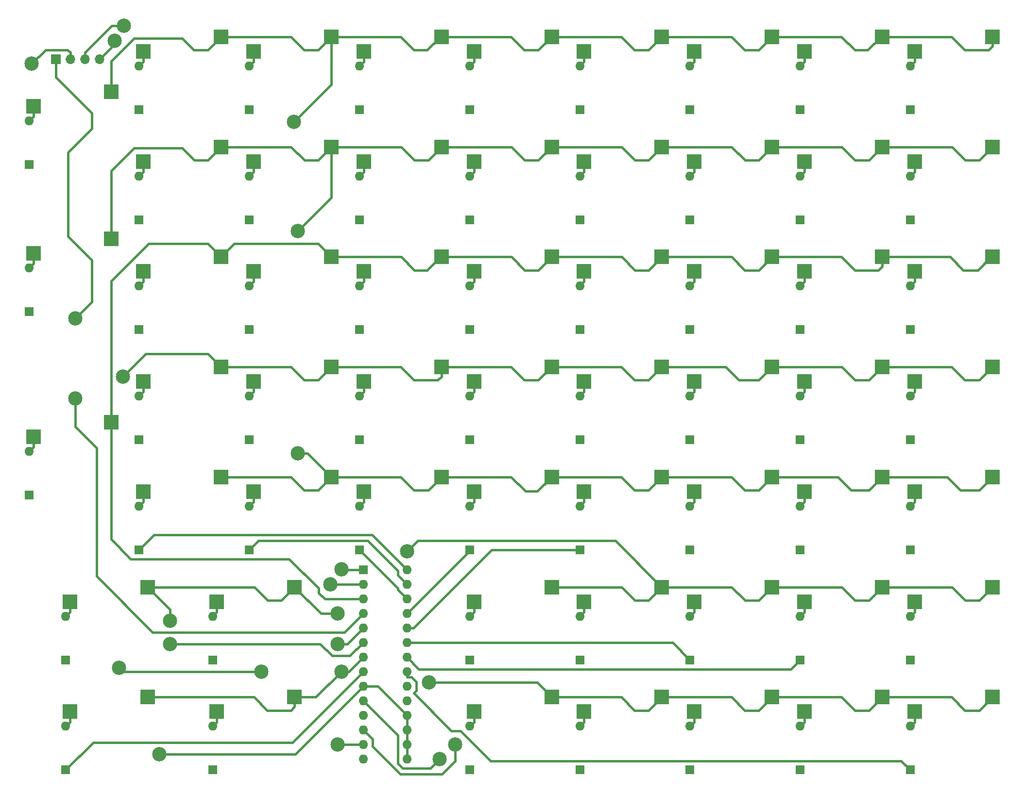
<source format=gbr>
%TF.GenerationSoftware,KiCad,Pcbnew,5.1.10-88a1d61d58~88~ubuntu20.04.1*%
%TF.CreationDate,2021-05-05T16:29:45+01:00*%
%TF.ProjectId,right_side,72696768-745f-4736-9964-652e6b696361,rev?*%
%TF.SameCoordinates,Original*%
%TF.FileFunction,Copper,L2,Bot*%
%TF.FilePolarity,Positive*%
%FSLAX46Y46*%
G04 Gerber Fmt 4.6, Leading zero omitted, Abs format (unit mm)*
G04 Created by KiCad (PCBNEW 5.1.10-88a1d61d58~88~ubuntu20.04.1) date 2021-05-05 16:29:45*
%MOMM*%
%LPD*%
G01*
G04 APERTURE LIST*
%TA.AperFunction,SMDPad,CuDef*%
%ADD10R,2.550000X2.500000*%
%TD*%
%TA.AperFunction,ComponentPad*%
%ADD11O,1.600000X1.600000*%
%TD*%
%TA.AperFunction,ComponentPad*%
%ADD12R,1.600000X1.600000*%
%TD*%
%TA.AperFunction,ComponentPad*%
%ADD13O,1.700000X1.700000*%
%TD*%
%TA.AperFunction,ComponentPad*%
%ADD14R,1.700000X1.700000*%
%TD*%
%TA.AperFunction,ViaPad*%
%ADD15C,2.500000*%
%TD*%
%TA.AperFunction,Conductor*%
%ADD16C,0.400000*%
%TD*%
G04 APERTURE END LIST*
D10*
%TO.P,SW0x8,1*%
%TO.N,Net-(D0x8-Pad2)*%
X21390000Y117740000D03*
%TO.P,SW0x8,2*%
%TO.N,Row0*%
X34940000Y120280000D03*
%TD*%
%TO.P,SW6x12,1*%
%TO.N,Net-(D6x12-Pad2)*%
X98190000Y2540000D03*
%TO.P,SW6x12,2*%
%TO.N,Row6*%
X111740000Y5080000D03*
%TD*%
D11*
%TO.P,D0x7,2*%
%TO.N,Net-(D0x7-Pad2)*%
X1440000Y105600000D03*
D12*
%TO.P,D0x7,1*%
%TO.N,Column7*%
X1440000Y97980000D03*
%TD*%
D11*
%TO.P,D0x8,2*%
%TO.N,Net-(D0x8-Pad2)*%
X20640000Y115200000D03*
D12*
%TO.P,D0x8,1*%
%TO.N,Column8*%
X20640000Y107580000D03*
%TD*%
D11*
%TO.P,D0x9,2*%
%TO.N,Net-(D0x9-Pad2)*%
X39840000Y115200000D03*
D12*
%TO.P,D0x9,1*%
%TO.N,Column9*%
X39840000Y107580000D03*
%TD*%
D11*
%TO.P,D0x10,2*%
%TO.N,Net-(D0x10-Pad2)*%
X59040000Y115200000D03*
D12*
%TO.P,D0x10,1*%
%TO.N,Column10*%
X59040000Y107580000D03*
%TD*%
D11*
%TO.P,D0x11,2*%
%TO.N,Net-(D0x11-Pad2)*%
X78240000Y115200000D03*
D12*
%TO.P,D0x11,1*%
%TO.N,Column11*%
X78240000Y107580000D03*
%TD*%
D11*
%TO.P,D0x12,2*%
%TO.N,Net-(D0x12-Pad2)*%
X97440000Y115200000D03*
D12*
%TO.P,D0x12,1*%
%TO.N,Column12*%
X97440000Y107580000D03*
%TD*%
D11*
%TO.P,D0x13,2*%
%TO.N,Net-(D0x13-Pad2)*%
X116640000Y115200000D03*
D12*
%TO.P,D0x13,1*%
%TO.N,Column13*%
X116640000Y107580000D03*
%TD*%
D11*
%TO.P,D0x14,2*%
%TO.N,Net-(D0x14-Pad2)*%
X135840000Y115200000D03*
D12*
%TO.P,D0x14,1*%
%TO.N,Column14*%
X135840000Y107580000D03*
%TD*%
D11*
%TO.P,D0x15,2*%
%TO.N,Net-(D0x15-Pad2)*%
X155040000Y115200000D03*
D12*
%TO.P,D0x15,1*%
%TO.N,Column15*%
X155040000Y107580000D03*
%TD*%
D11*
%TO.P,D1x7,2*%
%TO.N,Net-(D1x7-Pad2)*%
X1440000Y80000000D03*
D12*
%TO.P,D1x7,1*%
%TO.N,Column7*%
X1440000Y72380000D03*
%TD*%
D11*
%TO.P,D1x8,2*%
%TO.N,Net-(D1x8-Pad2)*%
X20640000Y96000000D03*
D12*
%TO.P,D1x8,1*%
%TO.N,Column8*%
X20640000Y88380000D03*
%TD*%
D11*
%TO.P,D1x9,2*%
%TO.N,Net-(D1x9-Pad2)*%
X39840000Y96000000D03*
D12*
%TO.P,D1x9,1*%
%TO.N,Column9*%
X39840000Y88380000D03*
%TD*%
D11*
%TO.P,D1x10,2*%
%TO.N,Net-(D1x10-Pad2)*%
X59040000Y96000000D03*
D12*
%TO.P,D1x10,1*%
%TO.N,Column10*%
X59040000Y88380000D03*
%TD*%
D11*
%TO.P,D1x11,2*%
%TO.N,Net-(D1x11-Pad2)*%
X78240000Y96000000D03*
D12*
%TO.P,D1x11,1*%
%TO.N,Column11*%
X78240000Y88380000D03*
%TD*%
D11*
%TO.P,D1x12,2*%
%TO.N,Net-(D1x12-Pad2)*%
X97440000Y96000000D03*
D12*
%TO.P,D1x12,1*%
%TO.N,Column12*%
X97440000Y88380000D03*
%TD*%
D11*
%TO.P,D1x13,2*%
%TO.N,Net-(D1x13-Pad2)*%
X116640000Y96000000D03*
D12*
%TO.P,D1x13,1*%
%TO.N,Column13*%
X116640000Y88380000D03*
%TD*%
D11*
%TO.P,D1x14,2*%
%TO.N,Net-(D1x14-Pad2)*%
X135840000Y96000000D03*
D12*
%TO.P,D1x14,1*%
%TO.N,Column14*%
X135840000Y88380000D03*
%TD*%
D11*
%TO.P,D1x15,2*%
%TO.N,Net-(D1x15-Pad2)*%
X155040000Y96000000D03*
D12*
%TO.P,D1x15,1*%
%TO.N,Column15*%
X155040000Y88380000D03*
%TD*%
D11*
%TO.P,D2x7,2*%
%TO.N,Net-(D2x7-Pad2)*%
X1440000Y48000000D03*
D12*
%TO.P,D2x7,1*%
%TO.N,Column7*%
X1440000Y40380000D03*
%TD*%
D11*
%TO.P,D2x8,2*%
%TO.N,Net-(D2x8-Pad2)*%
X20640000Y76800000D03*
D12*
%TO.P,D2x8,1*%
%TO.N,Column8*%
X20640000Y69180000D03*
%TD*%
D11*
%TO.P,D2x9,2*%
%TO.N,Net-(D2x9-Pad2)*%
X39840000Y76800000D03*
D12*
%TO.P,D2x9,1*%
%TO.N,Column9*%
X39840000Y69180000D03*
%TD*%
D11*
%TO.P,D2x10,2*%
%TO.N,Net-(D2x10-Pad2)*%
X59040000Y76800000D03*
D12*
%TO.P,D2x10,1*%
%TO.N,Column10*%
X59040000Y69180000D03*
%TD*%
D11*
%TO.P,D2x11,2*%
%TO.N,Net-(D2x11-Pad2)*%
X78240000Y76800000D03*
D12*
%TO.P,D2x11,1*%
%TO.N,Column11*%
X78240000Y69180000D03*
%TD*%
D11*
%TO.P,D2x12,2*%
%TO.N,Net-(D2x12-Pad2)*%
X97440000Y76800000D03*
D12*
%TO.P,D2x12,1*%
%TO.N,Column12*%
X97440000Y69180000D03*
%TD*%
D11*
%TO.P,D2x13,2*%
%TO.N,Net-(D2x13-Pad2)*%
X116640000Y76800000D03*
D12*
%TO.P,D2x13,1*%
%TO.N,Column13*%
X116640000Y69180000D03*
%TD*%
D11*
%TO.P,D2x14,2*%
%TO.N,Net-(D2x14-Pad2)*%
X135840000Y76800000D03*
D12*
%TO.P,D2x14,1*%
%TO.N,Column14*%
X135840000Y69180000D03*
%TD*%
D11*
%TO.P,D2x15,2*%
%TO.N,Net-(D2x15-Pad2)*%
X155040000Y76800000D03*
D12*
%TO.P,D2x15,1*%
%TO.N,Column15*%
X155040000Y69180000D03*
%TD*%
D11*
%TO.P,D3x8,2*%
%TO.N,Net-(D3x8-Pad2)*%
X20640000Y57600000D03*
D12*
%TO.P,D3x8,1*%
%TO.N,Column8*%
X20640000Y49980000D03*
%TD*%
D11*
%TO.P,D3x9,2*%
%TO.N,Net-(D3x9-Pad2)*%
X39840000Y57600000D03*
D12*
%TO.P,D3x9,1*%
%TO.N,Column9*%
X39840000Y49980000D03*
%TD*%
D11*
%TO.P,D3x10,2*%
%TO.N,Net-(D3x10-Pad2)*%
X59040000Y57600000D03*
D12*
%TO.P,D3x10,1*%
%TO.N,Column10*%
X59040000Y49980000D03*
%TD*%
D11*
%TO.P,D3x11,2*%
%TO.N,Net-(D3x11-Pad2)*%
X78240000Y57600000D03*
D12*
%TO.P,D3x11,1*%
%TO.N,Column11*%
X78240000Y49980000D03*
%TD*%
D11*
%TO.P,D3x12,2*%
%TO.N,Net-(D3x12-Pad2)*%
X97440000Y57600000D03*
D12*
%TO.P,D3x12,1*%
%TO.N,Column12*%
X97440000Y49980000D03*
%TD*%
D11*
%TO.P,D3x13,2*%
%TO.N,Net-(D3x13-Pad2)*%
X116640000Y57600000D03*
D12*
%TO.P,D3x13,1*%
%TO.N,Column13*%
X116640000Y49980000D03*
%TD*%
D11*
%TO.P,D3x14,2*%
%TO.N,Net-(D3x14-Pad2)*%
X135840000Y57600000D03*
D12*
%TO.P,D3x14,1*%
%TO.N,Column14*%
X135840000Y49980000D03*
%TD*%
D11*
%TO.P,D3x15,2*%
%TO.N,Net-(D3x15-Pad2)*%
X155040000Y57600000D03*
D12*
%TO.P,D3x15,1*%
%TO.N,Column15*%
X155040000Y49980000D03*
%TD*%
D11*
%TO.P,D4x8,2*%
%TO.N,Net-(D4x8-Pad2)*%
X20640000Y38400000D03*
D12*
%TO.P,D4x8,1*%
%TO.N,Column8*%
X20640000Y30780000D03*
%TD*%
D11*
%TO.P,D4x9,2*%
%TO.N,Net-(D4x9-Pad2)*%
X39840000Y38400000D03*
D12*
%TO.P,D4x9,1*%
%TO.N,Column9*%
X39840000Y30780000D03*
%TD*%
D11*
%TO.P,D4x10,2*%
%TO.N,Net-(D4x10-Pad2)*%
X59040000Y38400000D03*
D12*
%TO.P,D4x10,1*%
%TO.N,Column10*%
X59040000Y30780000D03*
%TD*%
D11*
%TO.P,D4x11,2*%
%TO.N,Net-(D4x11-Pad2)*%
X78240000Y38400000D03*
D12*
%TO.P,D4x11,1*%
%TO.N,Column11*%
X78240000Y30780000D03*
%TD*%
D11*
%TO.P,D4x12,2*%
%TO.N,Net-(D4x12-Pad2)*%
X97440000Y38400000D03*
D12*
%TO.P,D4x12,1*%
%TO.N,Column12*%
X97440000Y30780000D03*
%TD*%
D11*
%TO.P,D4x13,2*%
%TO.N,Net-(D4x13-Pad2)*%
X116640000Y38400000D03*
D12*
%TO.P,D4x13,1*%
%TO.N,Column13*%
X116640000Y30780000D03*
%TD*%
D11*
%TO.P,D4x14,2*%
%TO.N,Net-(D4x14-Pad2)*%
X135840000Y38400000D03*
D12*
%TO.P,D4x14,1*%
%TO.N,Column14*%
X135840000Y30780000D03*
%TD*%
D11*
%TO.P,D4x15,2*%
%TO.N,Net-(D4x15-Pad2)*%
X155040000Y38400000D03*
D12*
%TO.P,D4x15,1*%
%TO.N,Column15*%
X155040000Y30780000D03*
%TD*%
D11*
%TO.P,D5x7,2*%
%TO.N,Net-(D5x7-Pad2)*%
X7840000Y19200000D03*
D12*
%TO.P,D5x7,1*%
%TO.N,Column7*%
X7840000Y11580000D03*
%TD*%
D11*
%TO.P,D5x9,2*%
%TO.N,Net-(D5x9-Pad2)*%
X33440000Y19200000D03*
D12*
%TO.P,D5x9,1*%
%TO.N,Column9*%
X33440000Y11580000D03*
%TD*%
D11*
%TO.P,D5x11,2*%
%TO.N,Net-(D5x11-Pad2)*%
X78240000Y19200000D03*
D12*
%TO.P,D5x11,1*%
%TO.N,Column11*%
X78240000Y11580000D03*
%TD*%
D11*
%TO.P,D5x12,2*%
%TO.N,Net-(D5x12-Pad2)*%
X97440000Y19200000D03*
D12*
%TO.P,D5x12,1*%
%TO.N,Column12*%
X97440000Y11580000D03*
%TD*%
D11*
%TO.P,D5x13,2*%
%TO.N,Net-(D5x13-Pad2)*%
X116640000Y19200000D03*
D12*
%TO.P,D5x13,1*%
%TO.N,Column13*%
X116640000Y11580000D03*
%TD*%
D11*
%TO.P,D5x14,2*%
%TO.N,Net-(D5x14-Pad2)*%
X135840000Y19200000D03*
D12*
%TO.P,D5x14,1*%
%TO.N,Column14*%
X135840000Y11580000D03*
%TD*%
D11*
%TO.P,D5x15,2*%
%TO.N,Net-(D5x15-Pad2)*%
X155040000Y19200000D03*
D12*
%TO.P,D5x15,1*%
%TO.N,Column15*%
X155040000Y11580000D03*
%TD*%
D11*
%TO.P,D6x7,2*%
%TO.N,Net-(D6x7-Pad2)*%
X7840000Y0D03*
D12*
%TO.P,D6x7,1*%
%TO.N,Column7*%
X7840000Y-7620000D03*
%TD*%
D11*
%TO.P,D6x9,2*%
%TO.N,Net-(D6x9-Pad2)*%
X33440000Y0D03*
D12*
%TO.P,D6x9,1*%
%TO.N,Column9*%
X33440000Y-7620000D03*
%TD*%
D11*
%TO.P,D6x11,2*%
%TO.N,Net-(D6x11-Pad2)*%
X78240000Y0D03*
D12*
%TO.P,D6x11,1*%
%TO.N,Column11*%
X78240000Y-7620000D03*
%TD*%
D11*
%TO.P,D6x12,2*%
%TO.N,Net-(D6x12-Pad2)*%
X97440000Y0D03*
D12*
%TO.P,D6x12,1*%
%TO.N,Column12*%
X97440000Y-7620000D03*
%TD*%
D11*
%TO.P,D6x13,2*%
%TO.N,Net-(D6x13-Pad2)*%
X116640000Y0D03*
D12*
%TO.P,D6x13,1*%
%TO.N,Column13*%
X116640000Y-7620000D03*
%TD*%
D11*
%TO.P,D6x14,2*%
%TO.N,Net-(D6x14-Pad2)*%
X135840000Y0D03*
D12*
%TO.P,D6x14,1*%
%TO.N,Column14*%
X135840000Y-7620000D03*
%TD*%
D11*
%TO.P,D6x15,2*%
%TO.N,Net-(D6x15-Pad2)*%
X155040000Y0D03*
D12*
%TO.P,D6x15,1*%
%TO.N,Column15*%
X155040000Y-7620000D03*
%TD*%
D13*
%TO.P,J1,4*%
%TO.N,GND*%
X13716000Y116332000D03*
%TO.P,J1,3*%
%TO.N,SCK*%
X11176000Y116332000D03*
%TO.P,J1,2*%
%TO.N,SDA*%
X8636000Y116332000D03*
D14*
%TO.P,J1,1*%
%TO.N,VCC*%
X6096000Y116332000D03*
%TD*%
D10*
%TO.P,SW0x7,1*%
%TO.N,Net-(D0x7-Pad2)*%
X2190000Y108140000D03*
%TO.P,SW0x7,2*%
%TO.N,Row0*%
X15740000Y110680000D03*
%TD*%
%TO.P,SW0x9,1*%
%TO.N,Net-(D0x9-Pad2)*%
X40590000Y117740000D03*
%TO.P,SW0x9,2*%
%TO.N,Row0*%
X54140000Y120280000D03*
%TD*%
%TO.P,SW0x10,1*%
%TO.N,Net-(D0x10-Pad2)*%
X59790000Y117740000D03*
%TO.P,SW0x10,2*%
%TO.N,Row0*%
X73340000Y120280000D03*
%TD*%
%TO.P,SW0x11,1*%
%TO.N,Net-(D0x11-Pad2)*%
X78990000Y117740000D03*
%TO.P,SW0x11,2*%
%TO.N,Row0*%
X92540000Y120280000D03*
%TD*%
%TO.P,SW0x12,1*%
%TO.N,Net-(D0x12-Pad2)*%
X98190000Y117740000D03*
%TO.P,SW0x12,2*%
%TO.N,Row0*%
X111740000Y120280000D03*
%TD*%
%TO.P,SW0x13,1*%
%TO.N,Net-(D0x13-Pad2)*%
X117390000Y117740000D03*
%TO.P,SW0x13,2*%
%TO.N,Row0*%
X130940000Y120280000D03*
%TD*%
%TO.P,SW0x14,1*%
%TO.N,Net-(D0x14-Pad2)*%
X136590000Y117740000D03*
%TO.P,SW0x14,2*%
%TO.N,Row0*%
X150140000Y120280000D03*
%TD*%
%TO.P,SW0x15,1*%
%TO.N,Net-(D0x15-Pad2)*%
X155790000Y117740000D03*
%TO.P,SW0x15,2*%
%TO.N,Row0*%
X169340000Y120280000D03*
%TD*%
%TO.P,SW1x7,1*%
%TO.N,Net-(D1x7-Pad2)*%
X2190000Y82540000D03*
%TO.P,SW1x7,2*%
%TO.N,Row1*%
X15740000Y85080000D03*
%TD*%
%TO.P,SW1x8,1*%
%TO.N,Net-(D1x8-Pad2)*%
X21390000Y98540000D03*
%TO.P,SW1x8,2*%
%TO.N,Row1*%
X34940000Y101080000D03*
%TD*%
%TO.P,SW1x9,1*%
%TO.N,Net-(D1x9-Pad2)*%
X40590000Y98540000D03*
%TO.P,SW1x9,2*%
%TO.N,Row1*%
X54140000Y101080000D03*
%TD*%
%TO.P,SW1x10,1*%
%TO.N,Net-(D1x10-Pad2)*%
X59790000Y98540000D03*
%TO.P,SW1x10,2*%
%TO.N,Row1*%
X73340000Y101080000D03*
%TD*%
%TO.P,SW1x11,1*%
%TO.N,Net-(D1x11-Pad2)*%
X78990000Y98540000D03*
%TO.P,SW1x11,2*%
%TO.N,Row1*%
X92540000Y101080000D03*
%TD*%
%TO.P,SW1x12,1*%
%TO.N,Net-(D1x12-Pad2)*%
X98190000Y98540000D03*
%TO.P,SW1x12,2*%
%TO.N,Row1*%
X111740000Y101080000D03*
%TD*%
%TO.P,SW1x13,1*%
%TO.N,Net-(D1x13-Pad2)*%
X117390000Y98540000D03*
%TO.P,SW1x13,2*%
%TO.N,Row1*%
X130940000Y101080000D03*
%TD*%
%TO.P,SW1x14,1*%
%TO.N,Net-(D1x14-Pad2)*%
X136590000Y98540000D03*
%TO.P,SW1x14,2*%
%TO.N,Row1*%
X150140000Y101080000D03*
%TD*%
%TO.P,SW1x15,1*%
%TO.N,Net-(D1x15-Pad2)*%
X155790000Y98540000D03*
%TO.P,SW1x15,2*%
%TO.N,Row1*%
X169340000Y101080000D03*
%TD*%
%TO.P,SW2x7,1*%
%TO.N,Net-(D2x7-Pad2)*%
X2190000Y50540000D03*
%TO.P,SW2x7,2*%
%TO.N,Row2*%
X15740000Y53080000D03*
%TD*%
%TO.P,SW2x8,1*%
%TO.N,Net-(D2x8-Pad2)*%
X21390000Y79340000D03*
%TO.P,SW2x8,2*%
%TO.N,Row2*%
X34940000Y81880000D03*
%TD*%
%TO.P,SW2x9,1*%
%TO.N,Net-(D2x9-Pad2)*%
X40590000Y79340000D03*
%TO.P,SW2x9,2*%
%TO.N,Row2*%
X54140000Y81880000D03*
%TD*%
%TO.P,SW2x10,1*%
%TO.N,Net-(D2x10-Pad2)*%
X59790000Y79340000D03*
%TO.P,SW2x10,2*%
%TO.N,Row2*%
X73340000Y81880000D03*
%TD*%
%TO.P,SW2x11,1*%
%TO.N,Net-(D2x11-Pad2)*%
X78990000Y79340000D03*
%TO.P,SW2x11,2*%
%TO.N,Row2*%
X92540000Y81880000D03*
%TD*%
%TO.P,SW2x12,1*%
%TO.N,Net-(D2x12-Pad2)*%
X98190000Y79340000D03*
%TO.P,SW2x12,2*%
%TO.N,Row2*%
X111740000Y81880000D03*
%TD*%
%TO.P,SW2x13,1*%
%TO.N,Net-(D2x13-Pad2)*%
X117390000Y79340000D03*
%TO.P,SW2x13,2*%
%TO.N,Row2*%
X130940000Y81880000D03*
%TD*%
%TO.P,SW2x14,1*%
%TO.N,Net-(D2x14-Pad2)*%
X136590000Y79340000D03*
%TO.P,SW2x14,2*%
%TO.N,Row2*%
X150140000Y81880000D03*
%TD*%
%TO.P,SW2x15,1*%
%TO.N,Net-(D2x15-Pad2)*%
X155790000Y79340000D03*
%TO.P,SW2x15,2*%
%TO.N,Row2*%
X169340000Y81880000D03*
%TD*%
%TO.P,SW3x8,1*%
%TO.N,Net-(D3x8-Pad2)*%
X21390000Y60140000D03*
%TO.P,SW3x8,2*%
%TO.N,Row3*%
X34940000Y62680000D03*
%TD*%
%TO.P,SW3x9,1*%
%TO.N,Net-(D3x9-Pad2)*%
X40590000Y60140000D03*
%TO.P,SW3x9,2*%
%TO.N,Row3*%
X54140000Y62680000D03*
%TD*%
%TO.P,SW3x10,1*%
%TO.N,Net-(D3x10-Pad2)*%
X59790000Y60140000D03*
%TO.P,SW3x10,2*%
%TO.N,Row3*%
X73340000Y62680000D03*
%TD*%
%TO.P,SW3x11,1*%
%TO.N,Net-(D3x11-Pad2)*%
X78990000Y60140000D03*
%TO.P,SW3x11,2*%
%TO.N,Row3*%
X92540000Y62680000D03*
%TD*%
%TO.P,SW3x12,1*%
%TO.N,Net-(D3x12-Pad2)*%
X98190000Y60140000D03*
%TO.P,SW3x12,2*%
%TO.N,Row3*%
X111740000Y62680000D03*
%TD*%
%TO.P,SW3x13,1*%
%TO.N,Net-(D3x13-Pad2)*%
X117390000Y60140000D03*
%TO.P,SW3x13,2*%
%TO.N,Row3*%
X130940000Y62680000D03*
%TD*%
%TO.P,SW3x14,1*%
%TO.N,Net-(D3x14-Pad2)*%
X136590000Y60140000D03*
%TO.P,SW3x14,2*%
%TO.N,Row3*%
X150140000Y62680000D03*
%TD*%
%TO.P,SW3x15,1*%
%TO.N,Net-(D3x15-Pad2)*%
X155790000Y60140000D03*
%TO.P,SW3x15,2*%
%TO.N,Row3*%
X169340000Y62680000D03*
%TD*%
%TO.P,SW4x8,1*%
%TO.N,Net-(D4x8-Pad2)*%
X21390000Y40940000D03*
%TO.P,SW4x8,2*%
%TO.N,Row4*%
X34940000Y43480000D03*
%TD*%
%TO.P,SW4x9,1*%
%TO.N,Net-(D4x9-Pad2)*%
X40590000Y40940000D03*
%TO.P,SW4x9,2*%
%TO.N,Row4*%
X54140000Y43480000D03*
%TD*%
%TO.P,SW4x10,1*%
%TO.N,Net-(D4x10-Pad2)*%
X59790000Y40940000D03*
%TO.P,SW4x10,2*%
%TO.N,Row4*%
X73340000Y43480000D03*
%TD*%
%TO.P,SW4x11,1*%
%TO.N,Net-(D4x11-Pad2)*%
X78990000Y40940000D03*
%TO.P,SW4x11,2*%
%TO.N,Row4*%
X92540000Y43480000D03*
%TD*%
%TO.P,SW4x12,1*%
%TO.N,Net-(D4x12-Pad2)*%
X98190000Y40940000D03*
%TO.P,SW4x12,2*%
%TO.N,Row4*%
X111740000Y43480000D03*
%TD*%
%TO.P,SW4x13,1*%
%TO.N,Net-(D4x13-Pad2)*%
X117390000Y40940000D03*
%TO.P,SW4x13,2*%
%TO.N,Row4*%
X130940000Y43480000D03*
%TD*%
%TO.P,SW4x14,1*%
%TO.N,Net-(D4x14-Pad2)*%
X136590000Y40940000D03*
%TO.P,SW4x14,2*%
%TO.N,Row4*%
X150140000Y43480000D03*
%TD*%
%TO.P,SW4x15,1*%
%TO.N,Net-(D4x15-Pad2)*%
X155790000Y40940000D03*
%TO.P,SW4x15,2*%
%TO.N,Row4*%
X169340000Y43480000D03*
%TD*%
%TO.P,SW5x7,1*%
%TO.N,Net-(D5x7-Pad2)*%
X8590000Y21740000D03*
%TO.P,SW5x7,2*%
%TO.N,Row5*%
X22140000Y24280000D03*
%TD*%
%TO.P,SW5x9,1*%
%TO.N,Net-(D5x9-Pad2)*%
X34190000Y21740000D03*
%TO.P,SW5x9,2*%
%TO.N,Row5*%
X47740000Y24280000D03*
%TD*%
%TO.P,SW5x11,1*%
%TO.N,Net-(D5x11-Pad2)*%
X78990000Y21740000D03*
%TO.P,SW5x11,2*%
%TO.N,Row5*%
X92540000Y24280000D03*
%TD*%
%TO.P,SW5x12,1*%
%TO.N,Net-(D5x12-Pad2)*%
X98190000Y21740000D03*
%TO.P,SW5x12,2*%
%TO.N,Row5*%
X111740000Y24280000D03*
%TD*%
%TO.P,SW5x13,1*%
%TO.N,Net-(D5x13-Pad2)*%
X117390000Y21740000D03*
%TO.P,SW5x13,2*%
%TO.N,Row5*%
X130940000Y24280000D03*
%TD*%
%TO.P,SW5x14,1*%
%TO.N,Net-(D5x14-Pad2)*%
X136590000Y21740000D03*
%TO.P,SW5x14,2*%
%TO.N,Row5*%
X150140000Y24280000D03*
%TD*%
%TO.P,SW5x15,1*%
%TO.N,Net-(D5x15-Pad2)*%
X155790000Y21740000D03*
%TO.P,SW5x15,2*%
%TO.N,Row5*%
X169340000Y24280000D03*
%TD*%
%TO.P,SW6x7,1*%
%TO.N,Net-(D6x7-Pad2)*%
X8590000Y2540000D03*
%TO.P,SW6x7,2*%
%TO.N,Row6*%
X22140000Y5080000D03*
%TD*%
%TO.P,SW6x9,1*%
%TO.N,Net-(D6x9-Pad2)*%
X34190000Y2540000D03*
%TO.P,SW6x9,2*%
%TO.N,Row6*%
X47740000Y5080000D03*
%TD*%
%TO.P,SW6x11,1*%
%TO.N,Net-(D6x11-Pad2)*%
X78990000Y2540000D03*
%TO.P,SW6x11,2*%
%TO.N,Row6*%
X92540000Y5080000D03*
%TD*%
%TO.P,SW6x13,1*%
%TO.N,Net-(D6x13-Pad2)*%
X117390000Y2540000D03*
%TO.P,SW6x13,2*%
%TO.N,Row6*%
X130940000Y5080000D03*
%TD*%
%TO.P,SW6x14,1*%
%TO.N,Net-(D6x14-Pad2)*%
X136590000Y2540000D03*
%TO.P,SW6x14,2*%
%TO.N,Row6*%
X150140000Y5080000D03*
%TD*%
%TO.P,SW6x15,1*%
%TO.N,Net-(D6x15-Pad2)*%
X155790000Y2540000D03*
%TO.P,SW6x15,2*%
%TO.N,Row6*%
X169340000Y5080000D03*
%TD*%
D11*
%TO.P,U1,28*%
%TO.N,Column8*%
X67310000Y27305000D03*
%TO.P,U1,14*%
%TO.N,N/C*%
X59690000Y-5715000D03*
%TO.P,U1,27*%
%TO.N,Column9*%
X67310000Y24765000D03*
%TO.P,U1,13*%
%TO.N,SDA*%
X59690000Y-3175000D03*
%TO.P,U1,26*%
%TO.N,Column10*%
X67310000Y22225000D03*
%TO.P,U1,12*%
%TO.N,SCK*%
X59690000Y-635000D03*
%TO.P,U1,25*%
%TO.N,Column11*%
X67310000Y19685000D03*
%TO.P,U1,11*%
%TO.N,N/C*%
X59690000Y1905000D03*
%TO.P,U1,24*%
%TO.N,Column12*%
X67310000Y17145000D03*
%TO.P,U1,10*%
%TO.N,GND*%
X59690000Y4445000D03*
%TO.P,U1,23*%
%TO.N,Column13*%
X67310000Y14605000D03*
%TO.P,U1,9*%
%TO.N,VCC*%
X59690000Y6985000D03*
%TO.P,U1,22*%
%TO.N,Column14*%
X67310000Y12065000D03*
%TO.P,U1,8*%
%TO.N,Column7*%
X59690000Y9525000D03*
%TO.P,U1,21*%
%TO.N,Column15*%
X67310000Y9525000D03*
%TO.P,U1,7*%
%TO.N,Row6*%
X59690000Y12065000D03*
%TO.P,U1,20*%
%TO.N,N/C*%
X67310000Y6985000D03*
%TO.P,U1,6*%
%TO.N,Row5*%
X59690000Y14605000D03*
%TO.P,U1,19*%
%TO.N,N/C*%
X67310000Y4445000D03*
%TO.P,U1,5*%
%TO.N,Row4*%
X59690000Y17145000D03*
%TO.P,U1,18*%
%TO.N,VCC*%
X67310000Y1905000D03*
%TO.P,U1,4*%
%TO.N,Row3*%
X59690000Y19685000D03*
%TO.P,U1,17*%
%TO.N,VCC*%
X67310000Y-635000D03*
%TO.P,U1,3*%
%TO.N,Row2*%
X59690000Y22225000D03*
%TO.P,U1,16*%
%TO.N,VCC*%
X67310000Y-3175000D03*
%TO.P,U1,2*%
%TO.N,Row1*%
X59690000Y24765000D03*
%TO.P,U1,15*%
%TO.N,VCC*%
X67310000Y-5715000D03*
D12*
%TO.P,U1,1*%
%TO.N,Row0*%
X59690000Y27305000D03*
%TD*%
D15*
%TO.N,VCC*%
X9525000Y71120000D03*
X24130000Y-4852001D03*
%TO.N,SDA*%
X1905000Y115570000D03*
X17145000Y10160000D03*
X41910000Y9525000D03*
X55245000Y-3175000D03*
%TO.N,SCK*%
X75711010Y-3175000D03*
X17951378Y122200904D03*
%TO.N,GND*%
X73025000Y-5715000D03*
X16336322Y119553678D03*
%TO.N,Row0*%
X55948927Y27403926D03*
X47624966Y105410000D03*
%TO.N,Row1*%
X48260000Y86360000D03*
X53975000Y24765000D03*
%TO.N,Row3*%
X9525000Y57150000D03*
X17791000Y60960000D03*
%TO.N,Row4*%
X55245000Y14347999D03*
X48260000Y47625000D03*
%TO.N,Row5*%
X26035000Y14347999D03*
X26035000Y18449999D03*
X55245000Y19685000D03*
X67310000Y30480000D03*
%TO.N,Row6*%
X71120000Y7620000D03*
X55880006Y9525000D03*
%TD*%
D16*
%TO.N,Net-(D0x7-Pad2)*%
X2190000Y106350000D02*
X1440000Y105600000D01*
X2190000Y108140000D02*
X2190000Y106350000D01*
%TO.N,Column7*%
X12658999Y-2801001D02*
X7840000Y-7620000D01*
X47363999Y-2801001D02*
X12658999Y-2801001D01*
X59690000Y9525000D02*
X47363999Y-2801001D01*
%TO.N,Column8*%
X23242011Y33382011D02*
X20640000Y30780000D01*
X61232989Y33382011D02*
X23242011Y33382011D01*
X67310000Y27305000D02*
X61232989Y33382011D01*
%TO.N,Net-(D0x8-Pad2)*%
X21390000Y115950000D02*
X20640000Y115200000D01*
X21390000Y117740000D02*
X21390000Y115950000D01*
%TO.N,Column9*%
X41441001Y32381001D02*
X39840000Y30780000D01*
X60480801Y32381001D02*
X41441001Y32381001D01*
X65708999Y27152803D02*
X60480801Y32381001D01*
X65708999Y26366001D02*
X65708999Y27152803D01*
X67310000Y24765000D02*
X65708999Y26366001D01*
%TO.N,Net-(D0x9-Pad2)*%
X40590000Y115950000D02*
X39840000Y115200000D01*
X40590000Y117740000D02*
X40590000Y115950000D01*
%TO.N,Column10*%
X65708999Y24111001D02*
X59040000Y30780000D01*
X65708999Y23826001D02*
X65708999Y24111001D01*
X67310000Y22225000D02*
X65708999Y23826001D01*
%TO.N,Net-(D0x10-Pad2)*%
X59790000Y115950000D02*
X59040000Y115200000D01*
X59790000Y117740000D02*
X59790000Y115950000D01*
%TO.N,Net-(D0x11-Pad2)*%
X78990000Y115950000D02*
X78240000Y115200000D01*
X78990000Y117740000D02*
X78990000Y115950000D01*
%TO.N,Column11*%
X78240000Y30615000D02*
X78240000Y30780000D01*
X67310000Y19685000D02*
X78240000Y30615000D01*
%TO.N,Net-(D0x12-Pad2)*%
X98190000Y115950000D02*
X97440000Y115200000D01*
X98190000Y117740000D02*
X98190000Y115950000D01*
%TO.N,Column12*%
X82076370Y30780000D02*
X97440000Y30780000D01*
X68441370Y17145000D02*
X82076370Y30780000D01*
X67310000Y17145000D02*
X68441370Y17145000D01*
%TO.N,Net-(D0x13-Pad2)*%
X117390000Y115950000D02*
X116640000Y115200000D01*
X117390000Y117740000D02*
X117390000Y115950000D01*
%TO.N,Column13*%
X113615000Y14605000D02*
X116640000Y11580000D01*
X67310000Y14605000D02*
X113615000Y14605000D01*
%TO.N,Net-(D0x14-Pad2)*%
X136590000Y115950000D02*
X135840000Y115200000D01*
X136590000Y117740000D02*
X136590000Y115950000D01*
%TO.N,Column14*%
X134238999Y9978999D02*
X135840000Y11580000D01*
X69396001Y9978999D02*
X134238999Y9978999D01*
X67310000Y12065000D02*
X69396001Y9978999D01*
%TO.N,Net-(D0x15-Pad2)*%
X155790000Y115950000D02*
X155040000Y115200000D01*
X155790000Y117740000D02*
X155790000Y115950000D01*
%TO.N,Column15*%
X153438999Y-6018999D02*
X155040000Y-7620000D01*
X76638999Y-768481D02*
X81889517Y-6018999D01*
X75063481Y-768481D02*
X76638999Y-768481D01*
X68494741Y5800259D02*
X75063481Y-768481D01*
X68911001Y6216519D02*
X68494741Y5800259D01*
X68911001Y7753481D02*
X68911001Y6216519D01*
X68078481Y8586001D02*
X68911001Y7753481D01*
X81889517Y-6018999D02*
X153438999Y-6018999D01*
X67310000Y8586001D02*
X68078481Y8586001D01*
X67310000Y9525000D02*
X67310000Y8586001D01*
%TO.N,Net-(D1x7-Pad2)*%
X2190000Y80750000D02*
X1440000Y80000000D01*
X2190000Y82540000D02*
X2190000Y80750000D01*
%TO.N,Net-(D1x8-Pad2)*%
X21390000Y96750000D02*
X20640000Y96000000D01*
X21390000Y98540000D02*
X21390000Y96750000D01*
%TO.N,Net-(D1x9-Pad2)*%
X40590000Y96750000D02*
X39840000Y96000000D01*
X40590000Y98540000D02*
X40590000Y96750000D01*
%TO.N,Net-(D1x10-Pad2)*%
X59790000Y96750000D02*
X59040000Y96000000D01*
X59790000Y98540000D02*
X59790000Y96750000D01*
%TO.N,Net-(D1x11-Pad2)*%
X78990000Y96750000D02*
X78240000Y96000000D01*
X78990000Y98540000D02*
X78990000Y96750000D01*
%TO.N,Net-(D1x12-Pad2)*%
X98190000Y96750000D02*
X97440000Y96000000D01*
X98190000Y98540000D02*
X98190000Y96750000D01*
%TO.N,Net-(D1x13-Pad2)*%
X117390000Y96750000D02*
X116640000Y96000000D01*
X117390000Y98540000D02*
X117390000Y96750000D01*
%TO.N,Net-(D1x14-Pad2)*%
X136590000Y96750000D02*
X135840000Y96000000D01*
X136590000Y98540000D02*
X136590000Y96750000D01*
%TO.N,Net-(D1x15-Pad2)*%
X155790000Y96750000D02*
X155040000Y96000000D01*
X155790000Y98540000D02*
X155790000Y96750000D01*
%TO.N,Net-(D2x7-Pad2)*%
X2190000Y48750000D02*
X1440000Y48000000D01*
X2190000Y50540000D02*
X2190000Y48750000D01*
%TO.N,Net-(D2x8-Pad2)*%
X21390000Y77550000D02*
X20640000Y76800000D01*
X21390000Y79340000D02*
X21390000Y77550000D01*
%TO.N,Net-(D2x9-Pad2)*%
X40590000Y77550000D02*
X39840000Y76800000D01*
X40590000Y79340000D02*
X40590000Y77550000D01*
%TO.N,Net-(D2x10-Pad2)*%
X59790000Y77550000D02*
X59040000Y76800000D01*
X59790000Y79340000D02*
X59790000Y77550000D01*
%TO.N,Net-(D2x11-Pad2)*%
X78990000Y77550000D02*
X78240000Y76800000D01*
X78990000Y79340000D02*
X78990000Y77550000D01*
%TO.N,Net-(D2x12-Pad2)*%
X98190000Y77550000D02*
X97440000Y76800000D01*
X98190000Y79340000D02*
X98190000Y77550000D01*
%TO.N,Net-(D2x13-Pad2)*%
X117390000Y77550000D02*
X116640000Y76800000D01*
X117390000Y79340000D02*
X117390000Y77550000D01*
%TO.N,Net-(D2x14-Pad2)*%
X136590000Y77550000D02*
X135840000Y76800000D01*
X136590000Y79340000D02*
X136590000Y77550000D01*
%TO.N,Net-(D2x15-Pad2)*%
X155790000Y77550000D02*
X155040000Y76800000D01*
X155790000Y79340000D02*
X155790000Y77550000D01*
%TO.N,Net-(D3x8-Pad2)*%
X21390000Y58350000D02*
X20640000Y57600000D01*
X21390000Y60140000D02*
X21390000Y58350000D01*
%TO.N,Net-(D3x9-Pad2)*%
X40590000Y58350000D02*
X39840000Y57600000D01*
X40590000Y60140000D02*
X40590000Y58350000D01*
%TO.N,Net-(D3x10-Pad2)*%
X59790000Y58350000D02*
X59040000Y57600000D01*
X59790000Y60140000D02*
X59790000Y58350000D01*
%TO.N,Net-(D3x11-Pad2)*%
X78990000Y58350000D02*
X78240000Y57600000D01*
X78990000Y60140000D02*
X78990000Y58350000D01*
%TO.N,Net-(D3x12-Pad2)*%
X98190000Y58350000D02*
X97440000Y57600000D01*
X98190000Y60140000D02*
X98190000Y58350000D01*
%TO.N,Net-(D3x13-Pad2)*%
X117390000Y58350000D02*
X116640000Y57600000D01*
X117390000Y60140000D02*
X117390000Y58350000D01*
%TO.N,Net-(D3x14-Pad2)*%
X136590000Y58350000D02*
X135840000Y57600000D01*
X136590000Y60140000D02*
X136590000Y58350000D01*
%TO.N,Net-(D3x15-Pad2)*%
X155790000Y58350000D02*
X155040000Y57600000D01*
X155790000Y60140000D02*
X155790000Y58350000D01*
%TO.N,Net-(D4x8-Pad2)*%
X21390000Y39150000D02*
X20640000Y38400000D01*
X21390000Y40940000D02*
X21390000Y39150000D01*
%TO.N,Net-(D4x9-Pad2)*%
X40590000Y39150000D02*
X39840000Y38400000D01*
X40590000Y40940000D02*
X40590000Y39150000D01*
%TO.N,Net-(D4x10-Pad2)*%
X59790000Y39150000D02*
X59040000Y38400000D01*
X59790000Y40940000D02*
X59790000Y39150000D01*
%TO.N,Net-(D4x11-Pad2)*%
X78990000Y39150000D02*
X78240000Y38400000D01*
X78990000Y40940000D02*
X78990000Y39150000D01*
%TO.N,Net-(D4x12-Pad2)*%
X98190000Y39150000D02*
X97440000Y38400000D01*
X98190000Y40940000D02*
X98190000Y39150000D01*
%TO.N,Net-(D4x13-Pad2)*%
X117390000Y39150000D02*
X116640000Y38400000D01*
X117390000Y40940000D02*
X117390000Y39150000D01*
%TO.N,Net-(D4x14-Pad2)*%
X136590000Y39150000D02*
X135840000Y38400000D01*
X136590000Y40940000D02*
X136590000Y39150000D01*
%TO.N,Net-(D4x15-Pad2)*%
X155790000Y39150000D02*
X155040000Y38400000D01*
X155790000Y40940000D02*
X155790000Y39150000D01*
%TO.N,Net-(D5x7-Pad2)*%
X8590000Y19950000D02*
X7840000Y19200000D01*
X8590000Y21740000D02*
X8590000Y19950000D01*
%TO.N,Net-(D5x9-Pad2)*%
X34190000Y19950000D02*
X33440000Y19200000D01*
X34190000Y21740000D02*
X34190000Y19950000D01*
%TO.N,Net-(D5x11-Pad2)*%
X78990000Y19950000D02*
X78240000Y19200000D01*
X78990000Y21740000D02*
X78990000Y19950000D01*
%TO.N,Net-(D5x12-Pad2)*%
X98190000Y19950000D02*
X97440000Y19200000D01*
X98190000Y21740000D02*
X98190000Y19950000D01*
%TO.N,Net-(D5x13-Pad2)*%
X117390000Y19950000D02*
X116640000Y19200000D01*
X117390000Y21740000D02*
X117390000Y19950000D01*
%TO.N,Net-(D5x14-Pad2)*%
X136590000Y19950000D02*
X135840000Y19200000D01*
X136590000Y21740000D02*
X136590000Y19950000D01*
%TO.N,Net-(D5x15-Pad2)*%
X155790000Y19950000D02*
X155040000Y19200000D01*
X155790000Y21740000D02*
X155790000Y19950000D01*
%TO.N,Net-(D6x7-Pad2)*%
X8590000Y750000D02*
X7840000Y0D01*
X8590000Y2540000D02*
X8590000Y750000D01*
%TO.N,Net-(D6x9-Pad2)*%
X34190000Y750000D02*
X33440000Y0D01*
X34190000Y2540000D02*
X34190000Y750000D01*
%TO.N,Net-(D6x11-Pad2)*%
X78990000Y750000D02*
X78240000Y0D01*
X78990000Y2540000D02*
X78990000Y750000D01*
%TO.N,Net-(D6x12-Pad2)*%
X98190000Y750000D02*
X97440000Y0D01*
X98190000Y2540000D02*
X98190000Y750000D01*
%TO.N,Net-(D6x13-Pad2)*%
X117390000Y750000D02*
X116640000Y0D01*
X117390000Y2540000D02*
X117390000Y750000D01*
%TO.N,Net-(D6x14-Pad2)*%
X136590000Y750000D02*
X135840000Y0D01*
X136590000Y2540000D02*
X136590000Y750000D01*
%TO.N,Net-(D6x15-Pad2)*%
X155790000Y750000D02*
X155040000Y0D01*
X155790000Y2540000D02*
X155790000Y750000D01*
%TO.N,VCC*%
X67310000Y-5715000D02*
X67310000Y-3175000D01*
X67310000Y-3175000D02*
X67310000Y-635000D01*
X67310000Y-635000D02*
X67310000Y1905000D01*
X62230000Y6985000D02*
X67310000Y1905000D01*
X59690000Y6985000D02*
X62230000Y6985000D01*
X8255519Y85489963D02*
X12401001Y81344481D01*
X8255519Y100110037D02*
X8255519Y85489963D01*
X12401001Y104255519D02*
X8255519Y100110037D01*
X12401001Y73996001D02*
X9525000Y71120000D01*
X12401001Y106944481D02*
X12401001Y104255519D01*
X12401001Y81344481D02*
X12401001Y73996001D01*
X6096000Y113249482D02*
X12401001Y106944481D01*
X6096000Y116332000D02*
X6096000Y113249482D01*
X47852999Y-4852001D02*
X59690000Y6985000D01*
X24130000Y-4852001D02*
X47852999Y-4852001D01*
%TO.N,SDA*%
X4318001Y117983001D02*
X1905000Y115570000D01*
X8187080Y117983001D02*
X4318001Y117983001D01*
X8636000Y117534081D02*
X8187080Y117983001D01*
X8636000Y116332000D02*
X8636000Y117534081D01*
X17780000Y9525000D02*
X41910000Y9525000D01*
X17145000Y10160000D02*
X17780000Y9525000D01*
X55245000Y-3175000D02*
X59690000Y-3175000D01*
%TO.N,SCK*%
X61291001Y-3481124D02*
X66126888Y-8317011D01*
X73458471Y-8317011D02*
X75711010Y-6064472D01*
X61291001Y-2236001D02*
X61291001Y-3481124D01*
X59690000Y-635000D02*
X61291001Y-2236001D01*
X66126888Y-8317011D02*
X73458471Y-8317011D01*
X75711010Y-6064472D02*
X75711010Y-3175000D01*
X15842823Y122200904D02*
X17951378Y122200904D01*
X11176000Y116332000D02*
X11176000Y117534081D01*
X11176000Y117534081D02*
X15842823Y122200904D01*
%TO.N,GND*%
X71423999Y-7316001D02*
X66541519Y-7316001D01*
X73025000Y-5715000D02*
X71423999Y-7316001D01*
X65708999Y-1573999D02*
X59690000Y4445000D01*
X65708999Y-6483481D02*
X65708999Y-1573999D01*
X66541519Y-7316001D02*
X65708999Y-6483481D01*
X16336322Y118952322D02*
X16336322Y119553678D01*
X13716000Y116332000D02*
X16336322Y118952322D01*
%TO.N,Row0*%
X162265482Y120280000D02*
X150140000Y120280000D01*
X164566483Y117978999D02*
X162265482Y120280000D01*
X168688999Y117978999D02*
X164566483Y117978999D01*
X169340000Y118630000D02*
X168688999Y117978999D01*
X169340000Y120280000D02*
X169340000Y118630000D01*
X143065482Y120280000D02*
X130940000Y120280000D01*
X145366483Y117978999D02*
X143065482Y120280000D01*
X147644481Y117978999D02*
X145366483Y117978999D01*
X149945482Y120280000D02*
X147644481Y117978999D01*
X150140000Y120280000D02*
X149945482Y120280000D01*
X123865482Y120280000D02*
X111740000Y120280000D01*
X126166483Y117978999D02*
X123865482Y120280000D01*
X128638999Y117978999D02*
X126166483Y117978999D01*
X130940000Y120280000D02*
X128638999Y117978999D01*
X106966483Y117978999D02*
X104665482Y120280000D01*
X104665482Y120280000D02*
X92540000Y120280000D01*
X109438999Y117978999D02*
X106966483Y117978999D01*
X111740000Y120280000D02*
X109438999Y117978999D01*
X85465482Y120280000D02*
X73340000Y120280000D01*
X87766483Y117978999D02*
X85465482Y120280000D01*
X90238999Y117978999D02*
X87766483Y117978999D01*
X92540000Y120280000D02*
X90238999Y117978999D01*
X66265482Y120280000D02*
X54140000Y120280000D01*
X70844481Y117978999D02*
X68566483Y117978999D01*
X73145482Y120280000D02*
X70844481Y117978999D01*
X68566483Y117978999D02*
X66265482Y120280000D01*
X73340000Y120280000D02*
X73145482Y120280000D01*
X47065482Y120280000D02*
X34940000Y120280000D01*
X49366483Y117978999D02*
X47065482Y120280000D01*
X51838999Y117978999D02*
X49366483Y117978999D01*
X54140000Y120280000D02*
X51838999Y117978999D01*
X56047853Y27305000D02*
X55948927Y27403926D01*
X59690000Y27305000D02*
X56047853Y27305000D01*
X34940000Y120280000D02*
X32638999Y117978999D01*
X32638999Y117978999D02*
X30166483Y117978999D01*
X30166483Y117978999D02*
X28104481Y120041001D01*
X15740000Y116056802D02*
X15740000Y110680000D01*
X28104481Y120041001D02*
X19724199Y120041001D01*
X19724199Y120041001D02*
X15740000Y116056802D01*
X54140000Y120280000D02*
X54140000Y111925034D01*
X54140000Y111925034D02*
X47624966Y105410000D01*
%TO.N,Row1*%
X30235519Y98778999D02*
X32638999Y98778999D01*
X28173517Y100841001D02*
X30235519Y98778999D01*
X19724199Y100841001D02*
X28173517Y100841001D01*
X15740000Y96856802D02*
X19724199Y100841001D01*
X32638999Y98778999D02*
X34940000Y101080000D01*
X15740000Y85080000D02*
X15740000Y96856802D01*
X51838999Y98778999D02*
X54140000Y101080000D01*
X49435519Y98778999D02*
X51838999Y98778999D01*
X47134518Y101080000D02*
X49435519Y98778999D01*
X34940000Y101080000D02*
X47134518Y101080000D01*
X68635519Y98778999D02*
X71038999Y98778999D01*
X66334518Y101080000D02*
X68635519Y98778999D01*
X71038999Y98778999D02*
X73340000Y101080000D01*
X54140000Y101080000D02*
X66334518Y101080000D01*
X90238999Y98778999D02*
X92540000Y101080000D01*
X87835519Y98778999D02*
X90238999Y98778999D01*
X85534518Y101080000D02*
X87835519Y98778999D01*
X73340000Y101080000D02*
X85534518Y101080000D01*
X109438999Y98778999D02*
X111740000Y101080000D01*
X107035519Y98778999D02*
X109438999Y98778999D01*
X104734518Y101080000D02*
X107035519Y98778999D01*
X92540000Y101080000D02*
X104734518Y101080000D01*
X128638999Y98778999D02*
X130940000Y101080000D01*
X126235519Y98778999D02*
X128638999Y98778999D01*
X123934518Y101080000D02*
X126235519Y98778999D01*
X111740000Y101080000D02*
X123934518Y101080000D01*
X147838999Y98778999D02*
X150140000Y101080000D01*
X145435519Y98778999D02*
X147838999Y98778999D01*
X143134518Y101080000D02*
X145435519Y98778999D01*
X130940000Y101080000D02*
X143134518Y101080000D01*
X167038999Y98778999D02*
X169340000Y101080000D01*
X162334518Y101080000D02*
X164635519Y98778999D01*
X164635519Y98778999D02*
X167038999Y98778999D01*
X150140000Y101080000D02*
X162334518Y101080000D01*
X54140000Y92240000D02*
X54140000Y101080000D01*
X48260000Y86360000D02*
X54140000Y92240000D01*
X59690000Y24765000D02*
X53975000Y24765000D01*
%TO.N,Row2*%
X161960000Y81880000D02*
X150140000Y81880000D01*
X164261001Y79578999D02*
X161960000Y81880000D01*
X169145482Y81880000D02*
X166844481Y79578999D01*
X166844481Y79578999D02*
X164261001Y79578999D01*
X169340000Y81880000D02*
X169145482Y81880000D01*
X143065482Y81880000D02*
X130940000Y81880000D01*
X145366483Y79578999D02*
X143065482Y81880000D01*
X149488999Y79578999D02*
X145366483Y79578999D01*
X150140000Y80230000D02*
X149488999Y79578999D01*
X150140000Y81880000D02*
X150140000Y80230000D01*
X123865482Y81880000D02*
X111740000Y81880000D01*
X126166483Y79578999D02*
X123865482Y81880000D01*
X128638999Y79578999D02*
X126166483Y79578999D01*
X130940000Y81880000D02*
X128638999Y79578999D01*
X107035519Y79578999D02*
X104734518Y81880000D01*
X109438999Y79578999D02*
X107035519Y79578999D01*
X104734518Y81880000D02*
X92540000Y81880000D01*
X111740000Y81880000D02*
X109438999Y79578999D01*
X85534518Y81880000D02*
X73340000Y81880000D01*
X87835519Y79578999D02*
X85534518Y81880000D01*
X90238999Y79578999D02*
X87835519Y79578999D01*
X92540000Y81880000D02*
X90238999Y79578999D01*
X66334518Y81880000D02*
X54140000Y81880000D01*
X68635519Y79578999D02*
X66334518Y81880000D01*
X70844481Y79578999D02*
X68635519Y79578999D01*
X73145482Y81880000D02*
X70844481Y79578999D01*
X73340000Y81880000D02*
X73145482Y81880000D01*
X32638999Y84181001D02*
X34940000Y81880000D01*
X22264199Y84181001D02*
X32638999Y84181001D01*
X15740000Y77656802D02*
X22264199Y84181001D01*
X15740000Y53080000D02*
X15740000Y77656802D01*
X51838999Y84181001D02*
X54140000Y81880000D01*
X37241001Y84181001D02*
X51838999Y84181001D01*
X34940000Y81880000D02*
X37241001Y84181001D01*
X19199199Y29178999D02*
X15740000Y32638198D01*
X52990518Y22188221D02*
X51923998Y23254741D01*
X51923998Y24062804D02*
X46807803Y29178999D01*
X46807803Y29178999D02*
X19199199Y29178999D01*
X51923998Y23254741D02*
X51923998Y24062804D01*
X59690000Y22225000D02*
X59653222Y22188222D01*
X15740000Y32638198D02*
X15740000Y53080000D01*
X59653222Y22188222D02*
X52990518Y22188221D01*
%TO.N,Row3*%
X162265482Y62680000D02*
X150140000Y62680000D01*
X164566483Y60378999D02*
X162265482Y62680000D01*
X167038999Y60378999D02*
X164566483Y60378999D01*
X169340000Y62680000D02*
X167038999Y60378999D01*
X143134518Y62680000D02*
X130940000Y62680000D01*
X145435519Y60378999D02*
X143134518Y62680000D01*
X147838999Y60378999D02*
X145435519Y60378999D01*
X150140000Y62680000D02*
X147838999Y60378999D01*
X125193003Y60378999D02*
X122892002Y62680000D01*
X128638999Y60378999D02*
X125193003Y60378999D01*
X122892002Y62680000D02*
X111740000Y62680000D01*
X130940000Y62680000D02*
X128638999Y60378999D01*
X104665482Y62680000D02*
X92540000Y62680000D01*
X106966483Y60378999D02*
X104665482Y62680000D01*
X109438999Y60378999D02*
X106966483Y60378999D01*
X111740000Y62680000D02*
X109438999Y60378999D01*
X85465482Y62680000D02*
X73340000Y62680000D01*
X87766483Y60378999D02*
X85465482Y62680000D01*
X90238999Y60378999D02*
X87766483Y60378999D01*
X92540000Y62680000D02*
X90238999Y60378999D01*
X66265482Y62680000D02*
X54140000Y62680000D01*
X68566483Y60378999D02*
X66265482Y62680000D01*
X72688999Y60378999D02*
X68566483Y60378999D01*
X73340000Y61030000D02*
X72688999Y60378999D01*
X73340000Y62680000D02*
X73340000Y61030000D01*
X47065482Y62680000D02*
X34940000Y62680000D01*
X49366483Y60378999D02*
X47065482Y62680000D01*
X51838999Y60378999D02*
X49366483Y60378999D01*
X54140000Y62680000D02*
X51838999Y60378999D01*
X9525000Y52289518D02*
X9525000Y57150000D01*
X13244481Y48570037D02*
X9525000Y52289518D01*
X13244481Y26170037D02*
X13244481Y48570037D01*
X23015519Y16398999D02*
X13244481Y26170037D01*
X56403999Y16398999D02*
X23015519Y16398999D01*
X59690000Y19685000D02*
X56403999Y16398999D01*
X32638999Y64981001D02*
X34940000Y62680000D01*
X21812001Y64981001D02*
X32638999Y64981001D01*
X17791000Y60960000D02*
X21812001Y64981001D01*
%TO.N,Row4*%
X161477002Y43480000D02*
X150140000Y43480000D01*
X163778003Y41178999D02*
X161477002Y43480000D01*
X167038999Y41178999D02*
X163778003Y41178999D01*
X169340000Y43480000D02*
X167038999Y41178999D01*
X142427002Y43480000D02*
X130940000Y43480000D01*
X144728003Y41178999D02*
X142427002Y43480000D01*
X147838999Y41178999D02*
X144728003Y41178999D01*
X150140000Y43480000D02*
X147838999Y41178999D01*
X123865482Y43480000D02*
X111740000Y43480000D01*
X126166483Y41178999D02*
X123865482Y43480000D01*
X128638999Y41178999D02*
X126166483Y41178999D01*
X130940000Y43480000D02*
X128638999Y41178999D01*
X104665482Y43480000D02*
X92540000Y43480000D01*
X106966483Y41178999D02*
X104665482Y43480000D01*
X109438999Y41178999D02*
X106966483Y41178999D01*
X111740000Y43480000D02*
X109438999Y41178999D01*
X85465482Y43480000D02*
X73340000Y43480000D01*
X87967741Y40977741D02*
X85465482Y43480000D01*
X90037741Y40977741D02*
X87967741Y40977741D01*
X92540000Y43480000D02*
X90037741Y40977741D01*
X66265482Y43480000D02*
X54140000Y43480000D01*
X68566483Y41178999D02*
X66265482Y43480000D01*
X71038999Y41178999D02*
X68566483Y41178999D01*
X73340000Y43480000D02*
X71038999Y41178999D01*
X47065482Y43480000D02*
X34940000Y43480000D01*
X49366483Y41178999D02*
X47065482Y43480000D01*
X51838999Y41178999D02*
X49366483Y41178999D01*
X54140000Y43480000D02*
X51838999Y41178999D01*
X56892999Y14347999D02*
X55245000Y14347999D01*
X59690000Y17145000D02*
X56892999Y14347999D01*
X49995000Y47625000D02*
X54140000Y43480000D01*
X48260000Y47625000D02*
X49995000Y47625000D01*
%TO.N,Row5*%
X45438999Y21978999D02*
X47740000Y24280000D01*
X43035519Y21978999D02*
X45438999Y21978999D01*
X40734518Y24280000D02*
X43035519Y21978999D01*
X22140000Y24280000D02*
X40734518Y24280000D01*
X109438999Y21978999D02*
X111740000Y24280000D01*
X107035519Y21978999D02*
X109438999Y21978999D01*
X104734518Y24280000D02*
X107035519Y21978999D01*
X92540000Y24280000D02*
X104734518Y24280000D01*
X128638999Y21978999D02*
X130940000Y24280000D01*
X126235519Y21978999D02*
X128638999Y21978999D01*
X123934518Y24280000D02*
X126235519Y21978999D01*
X111740000Y24280000D02*
X123934518Y24280000D01*
X145435519Y21978999D02*
X147838999Y21978999D01*
X147838999Y21978999D02*
X150140000Y24280000D01*
X143134518Y24280000D02*
X145435519Y21978999D01*
X130940000Y24280000D02*
X143134518Y24280000D01*
X167038999Y21978999D02*
X169340000Y24280000D01*
X164635519Y21978999D02*
X167038999Y21978999D01*
X162334518Y24280000D02*
X164635519Y21978999D01*
X150140000Y24280000D02*
X162334518Y24280000D01*
X52209518Y14347999D02*
X26035000Y14347999D01*
X54260519Y12296998D02*
X52209518Y14347999D01*
X57381998Y12296998D02*
X54260519Y12296998D01*
X59690000Y14605000D02*
X57381998Y12296998D01*
X26035000Y20385000D02*
X22140000Y24280000D01*
X26035000Y18449999D02*
X26035000Y20385000D01*
X52335000Y19685000D02*
X55245000Y19685000D01*
X47740000Y24280000D02*
X52335000Y19685000D01*
X103638999Y32381001D02*
X111740000Y24280000D01*
X69211001Y32381001D02*
X103638999Y32381001D01*
X67310000Y30480000D02*
X69211001Y32381001D01*
%TO.N,Row6*%
X162265482Y5080000D02*
X150140000Y5080000D01*
X164566483Y2778999D02*
X162265482Y5080000D01*
X167038999Y2778999D02*
X164566483Y2778999D01*
X169340000Y5080000D02*
X167038999Y2778999D01*
X143065482Y5080000D02*
X130940000Y5080000D01*
X145366483Y2778999D02*
X143065482Y5080000D01*
X147838999Y2778999D02*
X145366483Y2778999D01*
X150140000Y5080000D02*
X147838999Y2778999D01*
X123865482Y5080000D02*
X111740000Y5080000D01*
X126166483Y2778999D02*
X123865482Y5080000D01*
X128638999Y2778999D02*
X126166483Y2778999D01*
X130940000Y5080000D02*
X128638999Y2778999D01*
X104665482Y5080000D02*
X92540000Y5080000D01*
X106966483Y2778999D02*
X104665482Y5080000D01*
X109438999Y2778999D02*
X106966483Y2778999D01*
X111740000Y5080000D02*
X109438999Y2778999D01*
X42966483Y2778999D02*
X40665482Y5080000D01*
X40665482Y5080000D02*
X22140000Y5080000D01*
X47088999Y2778999D02*
X42966483Y2778999D01*
X47740000Y3430000D02*
X47088999Y2778999D01*
X47740000Y5080000D02*
X47740000Y3430000D01*
X90000000Y7620000D02*
X71120000Y7620000D01*
X92540000Y5080000D02*
X90000000Y7620000D01*
X47740000Y5080000D02*
X51435006Y5080000D01*
X57150000Y9525000D02*
X55880006Y9525000D01*
X59690000Y12065000D02*
X57150000Y9525000D01*
X51435006Y5080000D02*
X55880006Y9525000D01*
%TD*%
M02*

</source>
